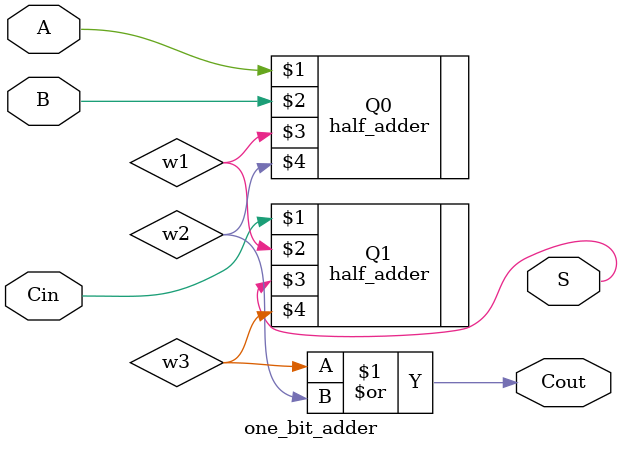
<source format=v>
`timescale 1ns / 1ps

module one_bit_adder (A, B, Cin, S, Cout);

// Declare the inputs and outputs
input A, B, Cin;
output S, Cout;
wire w1, w2, w3;

//Instantiate the half adder circuit
half_adder Q0 (A, B, w1, w2);
half_adder Q1 (Cin, w1, S, w3);
assign Cout = w3 | w2;

endmodule

</source>
